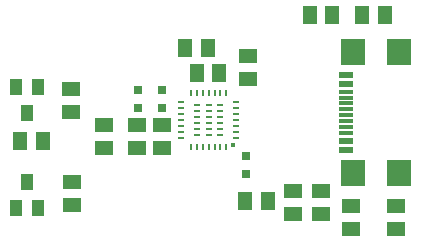
<source format=gbr>
G04 EAGLE Gerber X2 export*
%TF.Part,Single*%
%TF.FileFunction,Paste,Top*%
%TF.FilePolarity,Positive*%
%TF.GenerationSoftware,Autodesk,EAGLE,9.6.2*%
%TF.CreationDate,2022-03-30T08:56:30Z*%
G75*
%MOMM*%
%FSLAX34Y34*%
%LPD*%
%INSolderpaste Top*%
%AMOC8*
5,1,8,0,0,1.08239X$1,22.5*%
G01*
%ADD10R,1.500000X1.300000*%
%ADD11R,1.300000X1.500000*%
%ADD12R,0.560000X0.260000*%
%ADD13R,0.260000X0.560000*%
%ADD14R,0.400000X0.400000*%
%ADD15R,0.800000X0.800000*%
%ADD16R,1.000000X1.400000*%
%ADD17R,1.150000X0.600000*%
%ADD18R,1.150000X0.300000*%
%ADD19R,2.000000X2.180000*%


D10*
X312420Y142900D03*
X312420Y161900D03*
D11*
X409600Y196850D03*
X428600Y196850D03*
D12*
X302400Y92950D03*
X302400Y97950D03*
X302400Y102950D03*
X302400Y107950D03*
X302400Y112950D03*
X302400Y117950D03*
X302400Y122950D03*
D13*
X294400Y130950D03*
X289400Y130950D03*
X284400Y130950D03*
X279400Y130950D03*
X274400Y130950D03*
X269400Y130950D03*
X264400Y130950D03*
D12*
X256400Y122950D03*
X256400Y117950D03*
X256400Y112950D03*
X256400Y107950D03*
X256400Y102950D03*
X256400Y97950D03*
X256400Y92950D03*
D13*
X264400Y84950D03*
X269400Y84950D03*
X274400Y84950D03*
X279400Y84950D03*
X284400Y84950D03*
X289400Y84950D03*
X294400Y84950D03*
D12*
X289400Y95450D03*
X279400Y95450D03*
X269400Y95450D03*
X289400Y100450D03*
X279400Y100450D03*
X269400Y100450D03*
X289400Y105450D03*
X279400Y105450D03*
X269400Y105450D03*
X289400Y110450D03*
X279400Y110450D03*
X269400Y110450D03*
X289400Y115450D03*
X279400Y115450D03*
X269400Y115450D03*
X289400Y120450D03*
X279400Y120450D03*
X269400Y120450D03*
D14*
X300400Y86950D03*
D15*
X311150Y62350D03*
X311150Y77350D03*
X219710Y118230D03*
X219710Y133230D03*
X240030Y118230D03*
X240030Y133230D03*
D16*
X125730Y113460D03*
X116230Y135460D03*
X135230Y135460D03*
X125730Y55450D03*
X135230Y33450D03*
X116230Y33450D03*
D10*
X350520Y47600D03*
X350520Y28600D03*
D11*
X310540Y39370D03*
X329540Y39370D03*
D10*
X218440Y84480D03*
X218440Y103480D03*
X240030Y84480D03*
X240030Y103480D03*
D11*
X259740Y168910D03*
X278740Y168910D03*
D10*
X190500Y84480D03*
X190500Y103480D03*
D11*
X139040Y90170D03*
X120040Y90170D03*
X288138Y147828D03*
X269138Y147828D03*
X365150Y196850D03*
X384150Y196850D03*
D10*
X162560Y133960D03*
X162560Y114960D03*
X163830Y36220D03*
X163830Y55220D03*
X400050Y34900D03*
X400050Y15900D03*
X438150Y34900D03*
X438150Y15900D03*
X374650Y47600D03*
X374650Y28600D03*
D17*
X395650Y82300D03*
X395650Y90300D03*
X395650Y138300D03*
X395650Y146300D03*
D18*
X395650Y96800D03*
X395650Y131800D03*
X395650Y101800D03*
X395650Y126800D03*
X395650Y106800D03*
X395650Y121800D03*
X395650Y111800D03*
X395650Y116800D03*
D19*
X401400Y63200D03*
X401400Y165400D03*
X440700Y63200D03*
X440700Y165400D03*
M02*

</source>
